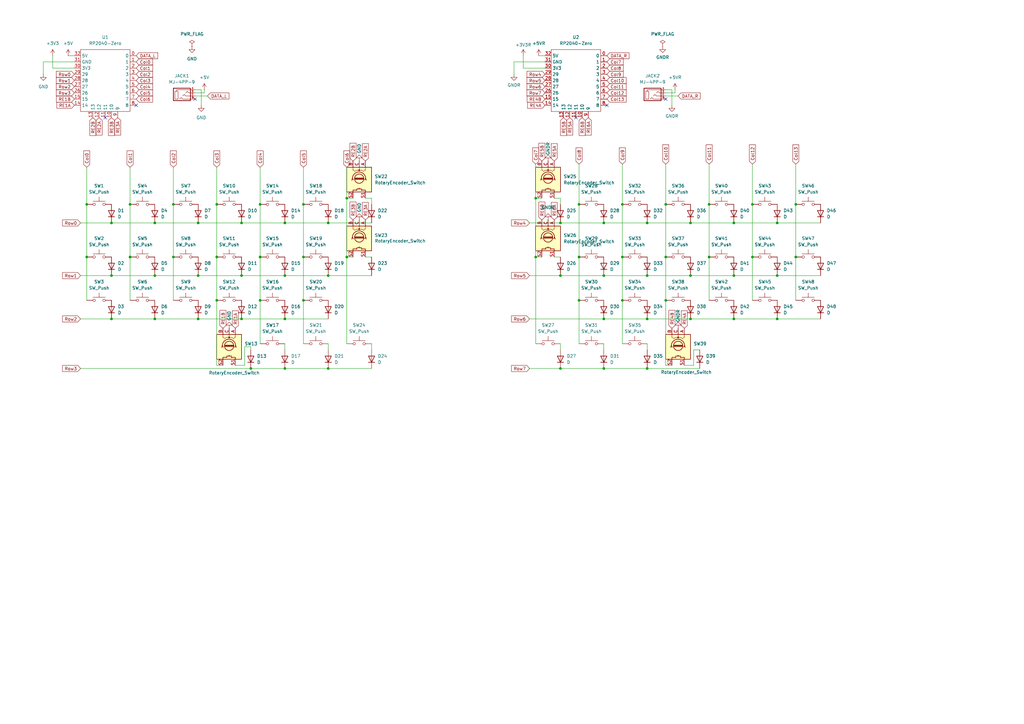
<source format=kicad_sch>
(kicad_sch (version 20231120) (generator "eeschema") (generator_version "8.0")
  (paper "A3")
  (junction (at 265.43 151.13))
  (junction (at 116.84 113.03))
  (junction (at 290.83 105.41))
  (junction (at 63.5 113.03))
  (junction (at 99.06 91.44))
  (junction (at 273.05 83.82))
  (junction (at 124.46 123.19))
  (junction (at 283.21 91.44))
  (junction (at 229.87 151.13))
  (junction (at 237.49 105.41))
  (junction (at 88.9 83.82))
  (junction (at 219.71 105.41))
  (junction (at 124.46 83.82))
  (junction (at 255.27 123.19))
  (junction (at 35.56 83.82))
  (junction (at 102.87 151.13))
  (junction (at 219.71 81.28))
  (junction (at 300.99 130.81))
  (junction (at 106.68 83.82))
  (junction (at 53.34 105.41))
  (junction (at 116.84 91.44))
  (junction (at 283.21 130.81))
  (junction (at 99.06 130.81))
  (junction (at 265.43 91.44))
  (junction (at 283.21 113.03))
  (junction (at 71.12 105.41))
  (junction (at 116.84 151.13))
  (junction (at 273.05 123.19))
  (junction (at 308.61 105.41))
  (junction (at 116.84 130.81))
  (junction (at 63.5 91.44))
  (junction (at 45.72 113.03))
  (junction (at 53.34 83.82))
  (junction (at 237.49 83.82))
  (junction (at 318.77 130.81))
  (junction (at 318.77 113.03))
  (junction (at 265.43 113.03))
  (junction (at 71.12 83.82))
  (junction (at 255.27 83.82))
  (junction (at 142.24 105.41))
  (junction (at 326.39 83.82))
  (junction (at 63.5 130.81))
  (junction (at 229.87 91.44))
  (junction (at 308.61 83.82))
  (junction (at 124.46 105.41))
  (junction (at 45.72 91.44))
  (junction (at 300.99 91.44))
  (junction (at 255.27 105.41))
  (junction (at 247.65 91.44))
  (junction (at 88.9 123.19))
  (junction (at 273.05 105.41))
  (junction (at 134.62 113.03))
  (junction (at 290.83 83.82))
  (junction (at 247.65 113.03))
  (junction (at 81.28 130.81))
  (junction (at 106.68 123.19))
  (junction (at 300.99 113.03))
  (junction (at 106.68 105.41))
  (junction (at 88.9 105.41))
  (junction (at 81.28 91.44))
  (junction (at 247.65 130.81))
  (junction (at 81.28 113.03))
  (junction (at 265.43 130.81))
  (junction (at 35.56 105.41))
  (junction (at 318.77 91.44))
  (junction (at 237.49 123.19))
  (junction (at 229.87 113.03))
  (junction (at 134.62 151.13))
  (junction (at 142.24 81.28))
  (junction (at 134.62 91.44))
  (junction (at 247.65 151.13))
  (junction (at 99.06 113.03))
  (junction (at 45.72 130.81))
  (junction (at 326.39 105.41))
  (no_connect (at 273.05 40.64))
  (no_connect (at 80.01 40.64))
  (no_connect (at 236.22 48.26))
  (no_connect (at 55.88 43.18))
  (no_connect (at 248.92 43.18))
  (no_connect (at 43.18 48.26))
  (wire (pts (xy 308.61 105.41) (xy 308.61 123.19)))
  (wire (pts (xy 106.68 68.58) (xy 106.68 83.82)))
  (wire (pts (xy 290.83 83.82) (xy 290.83 105.41)))
  (wire (pts (xy 106.68 105.41) (xy 106.68 123.19)))
  (wire (pts (xy 273.05 83.82) (xy 273.05 105.41)))
  (wire (pts (xy 326.39 83.82) (xy 326.39 105.41)))
  (wire (pts (xy 96.52 149.86) (xy 100.33 149.86)))
  (wire (pts (xy 149.86 81.28) (xy 152.4 81.28)))
  (wire (pts (xy 273.05 36.83) (xy 275.59 36.83)))
  (wire (pts (xy 276.86 38.1) (xy 273.05 38.1)))
  (wire (pts (xy 88.9 105.41) (xy 88.9 123.19)))
  (wire (pts (xy 152.4 81.28) (xy 152.4 83.82)))
  (wire (pts (xy 217.17 130.81) (xy 247.65 130.81)))
  (wire (pts (xy 83.82 38.1) (xy 80.01 38.1)))
  (wire (pts (xy 45.72 113.03) (xy 63.5 113.03)))
  (wire (pts (xy 247.65 130.81) (xy 265.43 130.81)))
  (wire (pts (xy 255.27 123.19) (xy 255.27 140.97)))
  (wire (pts (xy 63.5 130.81) (xy 81.28 130.81)))
  (wire (pts (xy 45.72 91.44) (xy 63.5 91.44)))
  (wire (pts (xy 106.68 83.82) (xy 106.68 105.41)))
  (wire (pts (xy 247.65 151.13) (xy 265.43 151.13)))
  (wire (pts (xy 219.71 81.28) (xy 222.25 81.28)))
  (wire (pts (xy 237.49 105.41) (xy 237.49 123.19)))
  (wire (pts (xy 273.05 67.31) (xy 273.05 83.82)))
  (wire (pts (xy 217.17 91.44) (xy 229.87 91.44)))
  (wire (pts (xy 217.17 113.03) (xy 229.87 113.03)))
  (wire (pts (xy 210.82 30.48) (xy 210.82 25.4)))
  (wire (pts (xy 88.9 68.58) (xy 88.9 83.82)))
  (wire (pts (xy 219.71 67.31) (xy 219.71 81.28)))
  (wire (pts (xy 283.21 91.44) (xy 300.99 91.44)))
  (wire (pts (xy 300.99 113.03) (xy 318.77 113.03)))
  (wire (pts (xy 149.86 105.41) (xy 152.4 105.41)))
  (wire (pts (xy 318.77 130.81) (xy 336.55 130.81)))
  (wire (pts (xy 63.5 91.44) (xy 81.28 91.44)))
  (wire (pts (xy 290.83 67.31) (xy 290.83 83.82)))
  (wire (pts (xy 142.24 81.28) (xy 142.24 105.41)))
  (wire (pts (xy 276.86 36.83) (xy 276.86 38.1)))
  (wire (pts (xy 284.48 149.86) (xy 280.67 149.86)))
  (wire (pts (xy 287.02 151.13) (xy 265.43 151.13)))
  (wire (pts (xy 27.94 22.86) (xy 30.48 22.86)))
  (wire (pts (xy 71.12 83.82) (xy 71.12 105.41)))
  (wire (pts (xy 134.62 143.51) (xy 134.62 140.97)))
  (wire (pts (xy 247.65 113.03) (xy 265.43 113.03)))
  (wire (pts (xy 219.71 105.41) (xy 219.71 140.97)))
  (wire (pts (xy 35.56 68.58) (xy 35.56 83.82)))
  (wire (pts (xy 124.46 83.82) (xy 124.46 105.41)))
  (wire (pts (xy 21.59 27.94) (xy 30.48 27.94)))
  (wire (pts (xy 300.99 130.81) (xy 318.77 130.81)))
  (wire (pts (xy 81.28 130.81) (xy 99.06 130.81)))
  (wire (pts (xy 284.48 143.51) (xy 284.48 149.86)))
  (wire (pts (xy 106.68 123.19) (xy 106.68 140.97)))
  (wire (pts (xy 283.21 113.03) (xy 300.99 113.03)))
  (wire (pts (xy 88.9 83.82) (xy 88.9 105.41)))
  (wire (pts (xy 88.9 149.86) (xy 91.44 149.86)))
  (wire (pts (xy 116.84 91.44) (xy 134.62 91.44)))
  (wire (pts (xy 124.46 123.19) (xy 124.46 140.97)))
  (wire (pts (xy 35.56 83.82) (xy 35.56 105.41)))
  (wire (pts (xy 326.39 105.41) (xy 326.39 123.19)))
  (wire (pts (xy 210.82 25.4) (xy 223.52 25.4)))
  (wire (pts (xy 275.59 36.83) (xy 275.59 43.18)))
  (wire (pts (xy 81.28 91.44) (xy 99.06 91.44)))
  (wire (pts (xy 326.39 67.31) (xy 326.39 83.82)))
  (wire (pts (xy 219.71 81.28) (xy 219.71 105.41)))
  (wire (pts (xy 229.87 91.44) (xy 247.65 91.44)))
  (wire (pts (xy 237.49 83.82) (xy 237.49 105.41)))
  (wire (pts (xy 229.87 113.03) (xy 247.65 113.03)))
  (wire (pts (xy 275.59 149.86) (xy 273.05 149.86)))
  (wire (pts (xy 134.62 151.13) (xy 152.4 151.13)))
  (wire (pts (xy 217.17 151.13) (xy 229.87 151.13)))
  (wire (pts (xy 265.43 91.44) (xy 283.21 91.44)))
  (wire (pts (xy 219.71 105.41) (xy 222.25 105.41)))
  (wire (pts (xy 152.4 143.51) (xy 152.4 140.97)))
  (wire (pts (xy 237.49 123.19) (xy 237.49 140.97)))
  (wire (pts (xy 214.63 27.94) (xy 223.52 27.94)))
  (wire (pts (xy 229.87 81.28) (xy 229.87 83.82)))
  (wire (pts (xy 17.78 25.4) (xy 30.48 25.4)))
  (wire (pts (xy 318.77 113.03) (xy 336.55 113.03)))
  (wire (pts (xy 33.02 151.13) (xy 102.87 151.13)))
  (wire (pts (xy 102.87 142.24) (xy 100.33 142.24)))
  (wire (pts (xy 308.61 83.82) (xy 308.61 105.41)))
  (wire (pts (xy 134.62 91.44) (xy 152.4 91.44)))
  (wire (pts (xy 227.33 105.41) (xy 229.87 105.41)))
  (wire (pts (xy 45.72 91.44) (xy 33.02 91.44)))
  (wire (pts (xy 80.01 39.37) (xy 85.09 39.37)))
  (wire (pts (xy 82.55 36.83) (xy 82.55 43.18)))
  (wire (pts (xy 255.27 105.41) (xy 255.27 123.19)))
  (wire (pts (xy 116.84 151.13) (xy 134.62 151.13)))
  (wire (pts (xy 229.87 151.13) (xy 247.65 151.13)))
  (wire (pts (xy 287.02 143.51) (xy 284.48 143.51)))
  (wire (pts (xy 283.21 130.81) (xy 300.99 130.81)))
  (wire (pts (xy 273.05 105.41) (xy 273.05 123.19)))
  (wire (pts (xy 124.46 68.58) (xy 124.46 83.82)))
  (wire (pts (xy 45.72 113.03) (xy 33.02 113.03)))
  (wire (pts (xy 265.43 130.81) (xy 283.21 130.81)))
  (wire (pts (xy 318.77 91.44) (xy 336.55 91.44)))
  (wire (pts (xy 142.24 68.58) (xy 142.24 81.28)))
  (wire (pts (xy 17.78 30.48) (xy 17.78 25.4)))
  (wire (pts (xy 71.12 105.41) (xy 71.12 123.19)))
  (wire (pts (xy 227.33 81.28) (xy 229.87 81.28)))
  (wire (pts (xy 290.83 105.41) (xy 290.83 123.19)))
  (wire (pts (xy 63.5 113.03) (xy 81.28 113.03)))
  (wire (pts (xy 142.24 105.41) (xy 144.78 105.41)))
  (wire (pts (xy 102.87 151.13) (xy 116.84 151.13)))
  (wire (pts (xy 53.34 105.41) (xy 53.34 123.19)))
  (wire (pts (xy 255.27 83.82) (xy 255.27 105.41)))
  (wire (pts (xy 300.99 91.44) (xy 318.77 91.44)))
  (wire (pts (xy 247.65 91.44) (xy 265.43 91.44)))
  (wire (pts (xy 255.27 67.31) (xy 255.27 83.82)))
  (wire (pts (xy 142.24 105.41) (xy 142.24 140.97)))
  (wire (pts (xy 273.05 123.19) (xy 273.05 149.86)))
  (wire (pts (xy 142.24 81.28) (xy 144.78 81.28)))
  (wire (pts (xy 53.34 83.82) (xy 53.34 105.41)))
  (wire (pts (xy 265.43 143.51) (xy 265.43 140.97)))
  (wire (pts (xy 247.65 143.51) (xy 247.65 140.97)))
  (wire (pts (xy 237.49 67.31) (xy 237.49 83.82)))
  (wire (pts (xy 81.28 113.03) (xy 99.06 113.03)))
  (wire (pts (xy 220.98 22.86) (xy 223.52 22.86)))
  (wire (pts (xy 45.72 130.81) (xy 33.02 130.81)))
  (wire (pts (xy 134.62 113.03) (xy 152.4 113.03)))
  (wire (pts (xy 229.87 143.51) (xy 229.87 140.97)))
  (wire (pts (xy 45.72 130.81) (xy 63.5 130.81)))
  (wire (pts (xy 308.61 67.31) (xy 308.61 83.82)))
  (wire (pts (xy 265.43 113.03) (xy 283.21 113.03)))
  (wire (pts (xy 71.12 68.58) (xy 71.12 83.82)))
  (wire (pts (xy 53.34 68.58) (xy 53.34 83.82)))
  (wire (pts (xy 116.84 143.51) (xy 116.84 140.97)))
  (wire (pts (xy 100.33 142.24) (xy 100.33 149.86)))
  (wire (pts (xy 116.84 113.03) (xy 134.62 113.03)))
  (wire (pts (xy 35.56 105.41) (xy 35.56 123.19)))
  (wire (pts (xy 99.06 91.44) (xy 116.84 91.44)))
  (wire (pts (xy 116.84 130.81) (xy 134.62 130.81)))
  (wire (pts (xy 99.06 113.03) (xy 116.84 113.03)))
  (wire (pts (xy 83.82 36.83) (xy 83.82 38.1)))
  (wire (pts (xy 273.05 39.37) (xy 278.13 39.37)))
  (wire (pts (xy 102.87 143.51) (xy 102.87 142.24)))
  (wire (pts (xy 214.63 22.86) (xy 214.63 27.94)))
  (wire (pts (xy 88.9 123.19) (xy 88.9 149.86)))
  (wire (pts (xy 80.01 36.83) (xy 82.55 36.83)))
  (wire (pts (xy 21.59 22.86) (xy 21.59 27.94)))
  (wire (pts (xy 99.06 130.81) (xy 116.84 130.81)))
  (wire (pts (xy 124.46 105.41) (xy 124.46 123.19)))
  (global_label "Row6" (shape input) (at 217.17 130.81 180) (property "Intersheetrefs" "${INTERSHEET_REFS}" (effects (hide yes))))
  (global_label "Col13" (shape input) (at 248.92 40.64 0) (property "Intersheetrefs" "${INTERSHEET_REFS}" (effects (hide yes))))
  (global_label "Col3" (shape input) (at 88.9 68.58 90) (property "Intersheetrefs" "${INTERSHEET_REFS}" (effects (hide yes))))
  (global_label "Col10" (shape input) (at 248.92 33.02 0) (property "Intersheetrefs" "${INTERSHEET_REFS}" (effects (hide yes))))
  (global_label "Row1" (shape input) (at 33.02 113.03 180) (property "Intersheetrefs" "${INTERSHEET_REFS}" (effects (hide yes))))
  (global_label "RE4A" (shape input) (at 223.52 43.18 180) (property "Intersheetrefs" "${INTERSHEET_REFS}" (effects (hide yes))))
  (global_label "Row4" (shape input) (at 223.52 30.48 180) (property "Intersheetrefs" "${INTERSHEET_REFS}" (effects (hide yes))))
  (global_label "Col3" (shape input) (at 55.88 33.02 0) (property "Intersheetrefs" "${INTERSHEET_REFS}" (effects (hide yes))))
  (global_label "Col8" (shape input) (at 248.92 27.94 0) (property "Intersheetrefs" "${INTERSHEET_REFS}" (effects (hide yes))))
  (global_label "Col9" (shape input) (at 248.92 30.48 0) (property "Intersheetrefs" "${INTERSHEET_REFS}" (effects (hide yes))))
  (global_label "RE2A" (shape input) (at 40.64 48.26 270) (property "Intersheetrefs" "${INTERSHEET_REFS}" (effects (hide yes))))
  (global_label "RE1A" (shape input) (at 30.48 43.18 180) (property "Intersheetrefs" "${INTERSHEET_REFS}" (effects (hide yes))))
  (global_label "Col2" (shape input) (at 71.12 68.58 90) (property "Intersheetrefs" "${INTERSHEET_REFS}" (effects (hide yes))))
  (global_label "RE1B" (shape input) (at 30.48 40.64 180) (property "Intersheetrefs" "${INTERSHEET_REFS}" (effects (hide yes))))
  (global_label "Col7" (shape input) (at 248.92 25.4 0) (property "Intersheetrefs" "${INTERSHEET_REFS}" (effects (hide yes))))
  (global_label "DATA_R" (shape input) (at 278.13 39.37 0) (property "Intersheetrefs" "${INTERSHEET_REFS}" (effects (hide yes))))
  (global_label "RE2A" (shape input) (at 149.86 66.04 90) (property "Intersheetrefs" "${INTERSHEET_REFS}" (effects (hide yes))))
  (global_label "RE6A" (shape input) (at 227.33 90.17 90) (property "Intersheetrefs" "${INTERSHEET_REFS}" (effects (hide yes))))
  (global_label "Row3" (shape input) (at 30.48 38.1 180) (property "Intersheetrefs" "${INTERSHEET_REFS}" (effects (hide yes))))
  (global_label "DATA_L" (shape input) (at 55.88 22.86 0) (property "Intersheetrefs" "${INTERSHEET_REFS}" (effects (hide yes))))
  (global_label "Row5" (shape input) (at 217.17 113.03 180) (property "Intersheetrefs" "${INTERSHEET_REFS}" (effects (hide yes))))
  (global_label "Row4" (shape input) (at 217.17 91.44 180) (property "Intersheetrefs" "${INTERSHEET_REFS}" (effects (hide yes))))
  (global_label "RE5A" (shape input) (at 227.33 66.04 90) (property "Intersheetrefs" "${INTERSHEET_REFS}" (effects (hide yes))))
  (global_label "Row2" (shape input) (at 33.02 130.81 180) (property "Intersheetrefs" "${INTERSHEET_REFS}" (effects (hide yes))))
  (global_label "RE3B" (shape input) (at 144.78 90.17 90) (property "Intersheetrefs" "${INTERSHEET_REFS}" (effects (hide yes))))
  (global_label "Col11" (shape input) (at 290.83 67.31 90) (property "Intersheetrefs" "${INTERSHEET_REFS}" (effects (hide yes))))
  (global_label "Col4" (shape input) (at 106.68 68.58 90) (property "Intersheetrefs" "${INTERSHEET_REFS}" (effects (hide yes))))
  (global_label "RE6B" (shape input) (at 238.76 48.26 270) (property "Intersheetrefs" "${INTERSHEET_REFS}" (effects (hide yes))))
  (global_label "RE4B" (shape input) (at 223.52 40.64 180) (property "Intersheetrefs" "${INTERSHEET_REFS}" (effects (hide yes))))
  (global_label "Row5" (shape input) (at 223.52 33.02 180) (property "Intersheetrefs" "${INTERSHEET_REFS}" (effects (hide yes))))
  (global_label "RE6B" (shape input) (at 222.25 90.17 90) (property "Intersheetrefs" "${INTERSHEET_REFS}" (effects (hide yes))))
  (global_label "Col11" (shape input) (at 248.92 35.56 0) (property "Intersheetrefs" "${INTERSHEET_REFS}" (effects (hide yes))))
  (global_label "Col12" (shape input) (at 308.61 67.31 90) (property "Intersheetrefs" "${INTERSHEET_REFS}" (effects (hide yes))))
  (global_label "DATA_R" (shape input) (at 248.92 22.86 0) (property "Intersheetrefs" "${INTERSHEET_REFS}" (effects (hide yes))))
  (global_label "Col7" (shape input) (at 219.71 67.31 90) (property "Intersheetrefs" "${INTERSHEET_REFS}" (effects (hide yes))))
  (global_label "RE6A" (shape input) (at 241.3 48.26 270) (property "Intersheetrefs" "${INTERSHEET_REFS}" (effects (hide yes))))
  (global_label "Col12" (shape input) (at 248.92 38.1 0) (property "Intersheetrefs" "${INTERSHEET_REFS}" (effects (hide yes))))
  (global_label "RE2B" (shape input) (at 144.78 66.04 90) (property "Intersheetrefs" "${INTERSHEET_REFS}" (effects (hide yes))))
  (global_label "Col2" (shape input) (at 55.88 30.48 0) (property "Intersheetrefs" "${INTERSHEET_REFS}" (effects (hide yes))))
  (global_label "DATA_L" (shape input) (at 85.09 39.37 0) (property "Intersheetrefs" "${INTERSHEET_REFS}" (effects (hide yes))))
  (global_label "Row2" (shape input) (at 30.48 35.56 180) (property "Intersheetrefs" "${INTERSHEET_REFS}" (effects (hide yes))))
  (global_label "RE5B" (shape input) (at 231.14 48.26 270) (property "Intersheetrefs" "${INTERSHEET_REFS}" (effects (hide yes))))
  (global_label "RE4B" (shape input) (at 275.59 134.62 90) (property "Intersheetrefs" "${INTERSHEET_REFS}" (effects (hide yes))))
  (global_label "Col1" (shape input) (at 53.34 68.58 90) (property "Intersheetrefs" "${INTERSHEET_REFS}" (effects (hide yes))))
  (global_label "Col0" (shape input) (at 55.88 25.4 0) (property "Intersheetrefs" "${INTERSHEET_REFS}" (effects (hide yes))))
  (global_label "Col13" (shape input) (at 326.39 67.31 90) (property "Intersheetrefs" "${INTERSHEET_REFS}" (effects (hide yes))))
  (global_label "Col9" (shape input) (at 255.27 67.31 90) (property "Intersheetrefs" "${INTERSHEET_REFS}" (effects (hide yes))))
  (global_label "Col6" (shape input) (at 55.88 40.64 0) (property "Intersheetrefs" "${INTERSHEET_REFS}" (effects (hide yes))))
  (global_label "RE3B" (shape input) (at 45.72 48.26 270) (property "Intersheetrefs" "${INTERSHEET_REFS}" (effects (hide yes))))
  (global_label "Col6" (shape input) (at 142.24 68.58 90) (property "Intersheetrefs" "${INTERSHEET_REFS}" (effects (hide yes))))
  (global_label "Row7" (shape input) (at 217.17 151.13 180) (property "Intersheetrefs" "${INTERSHEET_REFS}" (effects (hide yes))))
  (global_label "RE3A" (shape input) (at 149.86 90.17 90) (property "Intersheetrefs" "${INTERSHEET_REFS}" (effects (hide yes))))
  (global_label "Col10" (shape input) (at 273.05 67.31 90) (property "Intersheetrefs" "${INTERSHEET_REFS}" (effects (hide yes))))
  (global_label "Row3" (shape input) (at 33.02 151.13 180) (property "Intersheetrefs" "${INTERSHEET_REFS}" (effects (hide yes))))
  (global_label "Col0" (shape input) (at 35.56 68.58 90) (property "Intersheetrefs" "${INTERSHEET_REFS}" (effects (hide yes))))
  (global_label "RE4A" (shape input) (at 280.67 134.62 90) (property "Intersheetrefs" "${INTERSHEET_REFS}" (effects (hide yes))))
  (global_label "RE2B" (shape input) (at 38.1 48.26 270) (property "Intersheetrefs" "${INTERSHEET_REFS}" (effects (hide yes))))
  (global_label "Row1" (shape input) (at 30.48 33.02 180) (property "Intersheetrefs" "${INTERSHEET_REFS}" (effects (hide yes))))
  (global_label "RE3A" (shape input) (at 48.26 48.26 270) (property "Intersheetrefs" "${INTERSHEET_REFS}" (effects (hide yes))))
  (global_label "Col5" (shape input) (at 55.88 38.1 0) (property "Intersheetrefs" "${INTERSHEET_REFS}" (effects (hide yes))))
  (global_label "Row0" (shape input) (at 33.02 91.44 180) (property "Intersheetrefs" "${INTERSHEET_REFS}" (effects (hide yes))))
  (global_label "RE5A" (shape input) (at 233.68 48.26 270) (property "Intersheetrefs" "${INTERSHEET_REFS}" (effects (hide yes))))
  (global_label "RE5B" (shape input) (at 222.25 66.04 90) (property "Intersheetrefs" "${INTERSHEET_REFS}" (effects (hide yes))))
  (global_label "Col5" (shape input) (at 124.46 68.58 90) (property "Intersheetrefs" "${INTERSHEET_REFS}" (effects (hide yes))))
  (global_label "Row6" (shape input) (at 223.52 35.56 180) (property "Intersheetrefs" "${INTERSHEET_REFS}" (effects (hide yes))))
  (global_label "Row0" (shape input) (at 30.48 30.48 180) (property "Intersheetrefs" "${INTERSHEET_REFS}" (effects (hide yes))))
  (global_label "RE1A" (shape input) (at 96.52 134.62 90) (property "Intersheetrefs" "${INTERSHEET_REFS}" (effects (hide yes))))
  (global_label "Row7" (shape input) (at 223.52 38.1 180) (property "Intersheetrefs" "${INTERSHEET_REFS}" (effects (hide yes))))
  (global_label "Col4" (shape input) (at 55.88 35.56 0) (property "Intersheetrefs" "${INTERSHEET_REFS}" (effects (hide yes))))
  (global_label "Col1" (shape input) (at 55.88 27.94 0) (property "Intersheetrefs" "${INTERSHEET_REFS}" (effects (hide yes))))
  (global_label "RE1B" (shape input) (at 91.44 134.62 90) (property "Intersheetrefs" "${INTERSHEET_REFS}" (effects (hide yes))))
  (global_label "Col8" (shape input) (at 237.49 67.31 90) (property "Intersheetrefs" "${INTERSHEET_REFS}" (effects (hide yes))))
  (symbol (lib_id "Switch:SW_Push") (at 295.91 105.41 0) (unit 1)
    (property "Reference" "SW41" (at 295.91 97.79 0))
    (property "Value" "SW_Push" (at 295.91 100.33 0))
    (property "Footprint" "taka_lib:Kailh FullPOM MX_Hotswap" (effects (hide yes)))
    (property "Description" "Push button switch, generic, two pins" (effects (hide yes)))
  )
  (symbol (lib_id "Device:RotaryEncoder_Switch") (at 147.32 73.66 270) (unit 1)
    (property "Reference" "SW22" (at 153.67 72.3899 90) (effects (justify left)))
    (property "Value" "RotaryEncoder_Switch" (at 153.67 74.93 90) (effects (justify left)))
    (property "Footprint" "taka_lib:Kailh FullPOM MX_Hotswap_RE" (effects (hide yes)))
    (property "Description" "Rotary encoder, dual channel, incremental quadrate outputs, with switch" (effects (hide yes)))
  )
  (symbol (lib_id "Device:D") (at 336.55 87.63 90) (unit 1)
    (property "Reference" "D46" (at 339.09 86.3599 90) (effects (justify right)))
    (property "Value" "D" (at 339.09 88.8999 90) (effects (justify right)))
    (property "Footprint" "kbd_Parts:Diode_SMD" (effects (hide yes)))
    (property "Description" "Diode" (effects (hide yes)))
    (property "Sim.Device" "D" (effects (hide yes)))
    (property "Sim.Pins" "1=K 2=A" (effects (hide yes)))
  )
  (symbol (lib_id "Device:D") (at 152.4 147.32 90) (unit 1)
    (property "Reference" "D24" (at 154.94 146.0499 90) (effects (justify right)))
    (property "Value" "D" (at 154.94 148.5899 90) (effects (justify right)))
    (property "Footprint" "kbd_Parts:Diode_SMD" (effects (hide yes)))
    (property "Description" "Diode" (effects (hide yes)))
    (property "Sim.Device" "D" (effects (hide yes)))
    (property "Sim.Pins" "1=K 2=A" (effects (hide yes)))
  )
  (symbol (lib_id "Device:RotaryEncoder_Switch") (at 147.32 97.79 270) (unit 1)
    (property "Reference" "SW23" (at 153.67 96.5199 90) (effects (justify left)))
    (property "Value" "RotaryEncoder_Switch" (at 153.67 98.806 90) (effects (justify left)))
    (property "Footprint" "taka_lib:Kailh FullPOM MX_Hotswap_RE" (effects (hide yes)))
    (property "Description" "Rotary encoder, dual channel, incremental quadrate outputs, with switch" (effects (hide yes)))
  )
  (symbol (lib_id "Device:D") (at 81.28 127 90) (unit 1)
    (property "Reference" "D9" (at 83.82 125.7299 90) (effects (justify right)))
    (property "Value" "D" (at 83.82 128.2699 90) (effects (justify right)))
    (property "Footprint" "kbd_Parts:Diode_SMD" (effects (hide yes)))
    (property "Description" "Diode" (effects (hide yes)))
    (property "Sim.Device" "D" (effects (hide yes)))
    (property "Sim.Pins" "1=K 2=A" (effects (hide yes)))
  )
  (symbol (lib_id "Device:D") (at 45.72 127 90) (unit 1)
    (property "Reference" "D3" (at 48.26 125.7299 90) (effects (justify right)))
    (property "Value" "D" (at 48.26 128.2699 90) (effects (justify right)))
    (property "Footprint" "kbd_Parts:Diode_SMD" (effects (hide yes)))
    (property "Description" "Diode" (effects (hide yes)))
    (property "Sim.Device" "D" (effects (hide yes)))
    (property "Sim.Pins" "1=K 2=A" (effects (hide yes)))
  )
  (symbol (lib_id "power:GND") (at 147.32 90.17 180) (unit 1)
    (property "Reference" "#PWR09" (effects (hide yes)))
    (property "Value" "GND" (at 147.32 85.09 90))
    (property "Description" "Power symbol creates a global label with name \"GND\" , ground" (effects (hide yes)))
  )
  (symbol (lib_id "Switch:SW_Push") (at 58.42 105.41 0) (unit 1)
    (property "Reference" "SW5" (at 58.42 97.79 0))
    (property "Value" "SW_Push" (at 58.42 100.33 0))
    (property "Footprint" "taka_lib:Kailh FullPOM MX_Hotswap" (effects (hide yes)))
    (property "Description" "Push button switch, generic, two pins" (effects (hide yes)))
  )
  (symbol (lib_id "Switch:SW_Push") (at 242.57 105.41 0) (unit 1)
    (property "Reference" "SW29" (at 242.57 97.79 0))
    (property "Value" "SW_Push" (at 242.57 100.33 0))
    (property "Footprint" "taka_lib:Kailh FullPOM MX_Hotswap" (effects (hide yes)))
    (property "Description" "Push button switch, generic, two pins" (effects (hide yes)))
  )
  (symbol (lib_id "Device:D") (at 336.55 109.22 90) (unit 1)
    (property "Reference" "D47" (at 339.09 107.9499 90) (effects (justify right)))
    (property "Value" "D" (at 339.09 110.4899 90) (effects (justify right)))
    (property "Footprint" "kbd_Parts:Diode_SMD" (effects (hide yes)))
    (property "Description" "Diode" (effects (hide yes)))
    (property "Sim.Device" "D" (effects (hide yes)))
    (property "Sim.Pins" "1=K 2=A" (effects (hide yes)))
  )
  (symbol (lib_id "power:GND") (at 78.74 19.05 0) (unit 1)
    (property "Reference" "#PWR04" (effects (hide yes)))
    (property "Value" "GND" (at 78.74 24.13 0))
    (property "Description" "Power symbol creates a global label with name \"GND\" , ground" (effects (hide yes)))
  )
  (symbol (lib_id "Device:D") (at 265.43 147.32 90) (unit 1)
    (property "Reference" "D35" (at 267.97 146.0499 90) (effects (justify right)))
    (property "Value" "D" (at 267.97 148.5899 90) (effects (justify right)))
    (property "Footprint" "kbd_Parts:Diode_SMD" (effects (hide yes)))
    (property "Description" "Diode" (effects (hide yes)))
    (property "Sim.Device" "D" (effects (hide yes)))
    (property "Sim.Pins" "1=K 2=A" (effects (hide yes)))
  )
  (symbol (lib_id "Device:D") (at 81.28 87.63 90) (unit 1)
    (property "Reference" "D7" (at 83.82 86.3599 90) (effects (justify right)))
    (property "Value" "D" (at 83.82 88.8999 90) (effects (justify right)))
    (property "Footprint" "kbd_Parts:Diode_SMD" (effects (hide yes)))
    (property "Description" "Diode" (effects (hide yes)))
    (property "Sim.Device" "D" (effects (hide yes)))
    (property "Sim.Pins" "1=K 2=A" (effects (hide yes)))
  )
  (symbol (lib_id "kbd:GNDR") (at 224.79 66.04 180) (unit 1)
    (property "Reference" "#PWR013" (effects (hide yes)))
    (property "Value" "GNDR" (at 224.79 60.96 90))
  )
  (symbol (lib_id "kbd:MJ-4PP-9") (at 267.97 38.735 0) (unit 1)
    (property "Reference" "JACK2" (at 267.6525 31.115 0))
    (property "Value" "MJ-4PP-9" (at 267.6525 33.655 0))
    (property "Footprint" "kbd_Parts:TRRS_MJ-4PP-9" (effects (hide yes)))
  )
  (symbol (lib_id "kbd:GNDR") (at 224.79 90.17 180) (unit 1)
    (property "Reference" "#PWR014" (effects (hide yes)))
    (property "Value" "GNDR" (at 224.79 85.09 0))
  )
  (symbol (lib_id "Device:D") (at 300.99 87.63 90) (unit 1)
    (property "Reference" "D40" (at 303.53 86.3599 90) (effects (justify right)))
    (property "Value" "D" (at 303.53 88.8999 90) (effects (justify right)))
    (property "Footprint" "kbd_Parts:Diode_SMD" (effects (hide yes)))
    (property "Description" "Diode" (effects (hide yes)))
    (property "Sim.Device" "D" (effects (hide yes)))
    (property "Sim.Pins" "1=K 2=A" (effects (hide yes)))
  )
  (symbol (lib_id "Switch:SW_Push") (at 313.69 105.41 0) (unit 1)
    (property "Reference" "SW44" (at 313.69 97.79 0))
    (property "Value" "SW_Push" (at 313.69 100.33 0))
    (property "Footprint" "taka_lib:Kailh FullPOM MX_Hotswap" (effects (hide yes)))
    (property "Description" "Push button switch, generic, two pins" (effects (hide yes)))
  )
  (symbol (lib_id "power:+5V") (at 27.94 22.86 0) (unit 1)
    (property "Reference" "#PWR03" (effects (hide yes)))
    (property "Value" "+5V" (at 27.94 17.78 0))
    (property "Description" "Power symbol creates a global label with name \"+5V\"" (effects (hide yes)))
  )
  (symbol (lib_id "Switch:SW_Push") (at 242.57 123.19 0) (unit 1)
    (property "Reference" "SW30" (at 242.57 115.57 0))
    (property "Value" "SW_Push" (at 242.57 118.11 0))
    (property "Footprint" "taka_lib:Kailh FullPOM MX_Hotswap" (effects (hide yes)))
    (property "Description" "Push button switch, generic, two pins" (effects (hide yes)))
  )
  (symbol (lib_id "power:GND") (at 147.32 66.04 180) (unit 1)
    (property "Reference" "#PWR08" (effects (hide yes)))
    (property "Value" "GND" (at 147.32 60.96 90))
    (property "Description" "Power symbol creates a global label with name \"GND\" , ground" (effects (hide yes)))
  )
  (symbol (lib_id "Device:D") (at 229.87 147.32 90) (unit 1)
    (property "Reference" "D27" (at 232.41 146.0499 90) (effects (justify right)))
    (property "Value" "D" (at 232.41 148.5899 90) (effects (justify right)))
    (property "Footprint" "kbd_Parts:Diode_SMD" (effects (hide yes)))
    (property "Description" "Diode" (effects (hide yes)))
    (property "Sim.Device" "D" (effects (hide yes)))
    (property "Sim.Pins" "1=K 2=A" (effects (hide yes)))
  )
  (symbol (lib_id "Switch:SW_Push") (at 278.13 83.82 0) (unit 1)
    (property "Reference" "SW36" (at 278.13 76.2 0))
    (property "Value" "SW_Push" (at 278.13 78.74 0))
    (property "Footprint" "taka_lib:Kailh FullPOM MX_Hotswap" (effects (hide yes)))
    (property "Description" "Push button switch, generic, two pins" (effects (hide yes)))
  )
  (symbol (lib_id "Switch:SW_Push") (at 295.91 83.82 0) (unit 1)
    (property "Reference" "SW40" (at 295.91 76.2 0))
    (property "Value" "SW_Push" (at 295.91 78.74 0))
    (property "Footprint" "taka_lib:Kailh FullPOM MX_Hotswap" (effects (hide yes)))
    (property "Description" "Push button switch, generic, two pins" (effects (hide yes)))
  )
  (symbol (lib_id "Device:RotaryEncoder_Switch") (at 224.79 73.66 270) (unit 1)
    (property "Reference" "SW25" (at 231.14 72.3899 90) (effects (justify left)))
    (property "Value" "RotaryEncoder_Switch" (at 231.14 74.93 90) (effects (justify left)))
    (property "Footprint" "taka_lib:Kailh FullPOM MX_Hotswap_RE" (effects (hide yes)))
    (property "Description" "Rotary encoder, dual channel, incremental quadrate outputs, with switch" (effects (hide yes)))
  )
  (symbol (lib_id "Switch:SW_Push") (at 278.13 105.41 0) (unit 1)
    (property "Reference" "SW37" (at 278.13 97.79 0))
    (property "Value" "SW_Push" (at 278.13 100.33 0))
    (property "Footprint" "taka_lib:Kailh FullPOM MX_Hotswap" (effects (hide yes)))
    (property "Description" "Push button switch, generic, two pins" (effects (hide yes)))
  )
  (symbol (lib_id "kbd:+5VR") (at 276.86 36.83 0) (unit 1)
    (property "Reference" "#PWR017" (effects (hide yes)))
    (property "Value" "+5VR" (at 276.86 31.75 0))
  )
  (symbol (lib_id "Device:D") (at 283.21 87.63 90) (unit 1)
    (property "Reference" "D36" (at 285.75 86.3599 90) (effects (justify right)))
    (property "Value" "D" (at 285.75 88.8999 90) (effects (justify right)))
    (property "Footprint" "kbd_Parts:Diode_SMD" (effects (hide yes)))
    (property "Description" "Diode" (effects (hide yes)))
    (property "Sim.Device" "D" (effects (hide yes)))
    (property "Sim.Pins" "1=K 2=A" (effects (hide yes)))
  )
  (symbol (lib_id "Device:D") (at 45.72 87.63 90) (unit 1)
    (property "Reference" "D1" (at 48.26 86.3599 90) (effects (justify right)))
    (property "Value" "D" (at 48.26 88.8999 90) (effects (justify right)))
    (property "Footprint" "kbd_Parts:Diode_SMD" (effects (hide yes)))
    (property "Description" "Diode" (effects (hide yes)))
    (property "Sim.Device" "D" (effects (hide yes)))
    (property "Sim.Pins" "1=K 2=A" (effects (hide yes)))
  )
  (symbol (lib_id "Device:D") (at 116.84 127 90) (unit 1)
    (property "Reference" "D16" (at 119.38 125.7299 90) (effects (justify right)))
    (property "Value" "D" (at 119.38 128.2699 90) (effects (justify right)))
    (property "Footprint" "kbd_Parts:Diode_SMD" (effects (hide yes)))
    (property "Description" "Diode" (effects (hide yes)))
    (property "Sim.Device" "D" (effects (hide yes)))
    (property "Sim.Pins" "1=K 2=A" (effects (hide yes)))
  )
  (symbol (lib_id "Device:RotaryEncoder_Switch") (at 278.13 142.24 270) (unit 1)
    (property "Reference" "SW39" (at 284.48 140.9699 90) (effects (justify left)))
    (property "Value" "RotaryEncoder_Switch" (at 271.018 152.654 90) (effects (justify left)))
    (property "Footprint" "taka_lib:Kailh FullPOM MX_Hotswap_RE" (effects (hide yes)))
    (property "Description" "Rotary encoder, dual channel, incremental quadrate outputs, with switch" (effects (hide yes)))
  )
  (symbol (lib_id "Device:D") (at 134.62 87.63 90) (unit 1)
    (property "Reference" "D18" (at 137.16 86.3599 90) (effects (justify right)))
    (property "Value" "D" (at 137.16 88.8999 90) (effects (justify right)))
    (property "Footprint" "kbd_Parts:Diode_SMD" (effects (hide yes)))
    (property "Description" "Diode" (effects (hide yes)))
    (property "Sim.Device" "D" (effects (hide yes)))
    (property "Sim.Pins" "1=K 2=A" (effects (hide yes)))
  )
  (symbol (lib_id "Device:D") (at 265.43 87.63 90) (unit 1)
    (property "Reference" "D32" (at 267.97 86.3599 90) (effects (justify right)))
    (property "Value" "D" (at 267.97 88.8999 90) (effects (justify right)))
    (property "Footprint" "kbd_Parts:Diode_SMD" (effects (hide yes)))
    (property "Description" "Diode" (effects (hide yes)))
    (property "Sim.Device" "D" (effects (hide yes)))
    (property "Sim.Pins" "1=K 2=A" (effects (hide yes)))
  )
  (symbol (lib_id "Switch:SW_Push") (at 58.42 83.82 0) (unit 1)
    (property "Reference" "SW4" (at 58.42 76.2 0))
    (property "Value" "SW_Push" (at 58.42 78.74 0))
    (property "Footprint" "taka_lib:Kailh FullPOM MX_Hotswap" (effects (hide yes)))
    (property "Description" "Push button switch, generic, two pins" (effects (hide yes)))
  )
  (symbol (lib_id "Device:D") (at 152.4 109.22 90) (unit 1)
    (property "Reference" "D23" (at 154.94 107.9499 90) (effects (justify right)))
    (property "Value" "D" (at 154.94 110.4899 90) (effects (justify right)))
    (property "Footprint" "kbd_Parts:Diode_SMD" (effects (hide yes)))
    (property "Description" "Diode" (effects (hide yes)))
    (property "Sim.Device" "D" (effects (hide yes)))
    (property "Sim.Pins" "1=K 2=A" (effects (hide yes)))
  )
  (symbol (lib_id "Device:D") (at 116.84 147.32 90) (unit 1)
    (property "Reference" "D17" (at 119.38 146.0499 90) (effects (justify right)))
    (property "Value" "D" (at 119.38 148.5899 90) (effects (justify right)))
    (property "Footprint" "kbd_Parts:Diode_SMD" (effects (hide yes)))
    (property "Description" "Diode" (effects (hide yes)))
    (property "Sim.Device" "D" (effects (hide yes)))
    (property "Sim.Pins" "1=K 2=A" (effects (hide yes)))
  )
  (symbol (lib_id "Device:D") (at 102.87 147.32 90) (unit 1)
    (property "Reference" "D13" (at 105.41 146.0499 90) (effects (justify right)))
    (property "Value" "D" (at 105.41 148.5899 90) (effects (justify right)))
    (property "Footprint" "kbd_Parts:Diode_SMD" (effects (hide yes)))
    (property "Description" "Diode" (effects (hide yes)))
    (property "Sim.Device" "D" (effects (hide yes)))
    (property "Sim.Pins" "1=K 2=A" (effects (hide yes)))
  )
  (symbol (lib_id "Switch:SW_Push") (at 331.47 123.19 0) (unit 1)
    (property "Reference" "SW48" (at 331.47 115.57 0))
    (property "Value" "SW_Push" (at 331.47 118.11 0))
    (property "Footprint" "taka_lib:Kailh FullPOM MX_Hotswap" (effects (hide yes)))
    (property "Description" "Push button switch, generic, two pins" (effects (hide yes)))
  )
  (symbol (lib_id "Device:D") (at 229.87 87.63 90) (unit 1)
    (property "Reference" "D25" (at 232.41 86.3599 90) (effects (justify right)))
    (property "Value" "D" (at 232.41 88.8999 90) (effects (justify right)))
    (property "Footprint" "kbd_Parts:Diode_SMD" (effects (hide yes)))
    (property "Description" "Diode" (effects (hide yes)))
    (property "Sim.Device" "D" (effects (hide yes)))
    (property "Sim.Pins" "1=K 2=A" (effects (hide yes)))
  )
  (symbol (lib_id "Device:D") (at 247.65 109.22 90) (unit 1)
    (property "Reference" "D29" (at 250.19 107.9499 90) (effects (justify right)))
    (property "Value" "D" (at 250.19 110.4899 90) (effects (justify right)))
    (property "Footprint" "kbd_Parts:Diode_SMD" (effects (hide yes)))
    (property "Description" "Diode" (effects (hide yes)))
    (property "Sim.Device" "D" (effects (hide yes)))
    (property "Sim.Pins" "1=K 2=A" (effects (hide yes)))
  )
  (symbol (lib_id "Switch:SW_Push") (at 129.54 83.82 0) (unit 1)
    (property "Reference" "SW18" (at 129.54 76.2 0))
    (property "Value" "SW_Push" (at 129.54 78.74 0))
    (property "Footprint" "taka_lib:Kailh FullPOM MX_Hotswap" (effects (hide yes)))
    (property "Description" "Push button switch, generic, two pins" (effects (hide yes)))
  )
  (symbol (lib_id "Switch:SW_Push") (at 242.57 140.97 0) (unit 1)
    (property "Reference" "SW31" (at 242.57 133.35 0))
    (property "Value" "SW_Push" (at 242.57 135.89 0))
    (property "Footprint" "taka_lib:Kailh FullPOM MX_Hotswap" (effects (hide yes)))
    (property "Description" "Push button switch, generic, two pins" (effects (hide yes)))
  )
  (symbol (lib_id "kbd:+5VR") (at 220.98 22.86 0) (unit 1)
    (property "Reference" "#PWR012" (effects (hide yes)))
    (property "Value" "+5VR" (at 220.98 17.78 0))
  )
  (symbol (lib_id "Switch:SW_Push") (at 40.64 83.82 0) (unit 1)
    (property "Reference" "SW1" (at 40.64 76.2 0))
    (property "Value" "SW_Push" (at 40.64 78.74 0))
    (property "Footprint" "taka_lib:Kailh FullPOM MX_Hotswap" (effects (hide yes)))
    (property "Description" "Push button switch, generic, two pins" (effects (hide yes)))
  )
  (symbol (lib_id "power:+5V") (at 83.82 36.83 0) (unit 1)
    (property "Reference" "#PWR06" (effects (hide yes)))
    (property "Value" "+5V" (at 83.82 31.75 0))
    (property "Description" "Power symbol creates a global label with name \"+5V\"" (effects (hide yes)))
  )
  (symbol (lib_id "isw-mcu:RP2040-Zero") (at 43.18 33.02 0) (unit 1)
    (property "Reference" "U1" (at 43.18 15.24 0))
    (property "Value" "RP2040-Zero" (at 43.18 17.78 0))
    (property "Footprint" "taka_lib:RP2040 Zero" (effects (hide yes)))
  )
  (symbol (lib_id "kbd:MJ-4PP-9") (at 74.93 38.735 0) (unit 1)
    (property "Reference" "JACK1" (at 74.6125 31.115 0))
    (property "Value" "MJ-4PP-9" (at 74.6125 33.655 0))
    (property "Footprint" "kbd_Parts:TRRS_MJ-4PP-9" (effects (hide yes)))
  )
  (symbol (lib_id "kbd:+3V3R") (at 214.63 22.86 0) (unit 1)
    (property "Reference" "#PWR011" (effects (hide yes)))
    (property "Value" "+3V3R" (at 214.63 18.415 0))
  )
  (symbol (lib_id "Device:D") (at 134.62 147.32 90) (unit 1)
    (property "Reference" "D21" (at 137.16 146.0499 90) (effects (justify right)))
    (property "Value" "D" (at 137.16 148.5899 90) (effects (justify right)))
    (property "Footprint" "kbd_Parts:Diode_SMD" (effects (hide yes)))
    (property "Description" "Diode" (effects (hide yes)))
    (property "Sim.Device" "D" (effects (hide yes)))
    (property "Sim.Pins" "1=K 2=A" (effects (hide yes)))
  )
  (symbol (lib_id "Device:D") (at 247.65 147.32 90) (unit 1)
    (property "Reference" "D31" (at 250.19 146.0499 90) (effects (justify right)))
    (property "Value" "D" (at 250.19 148.5899 90) (effects (justify right)))
    (property "Footprint" "kbd_Parts:Diode_SMD" (effects (hide yes)))
    (property "Description" "Diode" (effects (hide yes)))
    (property "Sim.Device" "D" (effects (hide yes)))
    (property "Sim.Pins" "1=K 2=A" (effects (hide yes)))
  )
  (symbol (lib_id "Device:D") (at 283.21 127 90) (unit 1)
    (property "Reference" "D38" (at 285.75 125.7299 90) (effects (justify right)))
    (property "Value" "D" (at 285.75 128.2699 90) (effects (justify right)))
    (property "Footprint" "kbd_Parts:Diode_SMD" (effects (hide yes)))
    (property "Description" "Diode" (effects (hide yes)))
    (property "Sim.Device" "D" (effects (hide yes)))
    (property "Sim.Pins" "1=K 2=A" (effects (hide yes)))
  )
  (symbol (lib_id "Switch:SW_Push") (at 260.35 105.41 0) (unit 1)
    (property "Reference" "SW33" (at 260.35 97.79 0))
    (property "Value" "SW_Push" (at 260.35 100.33 0))
    (property "Footprint" "taka_lib:Kailh FullPOM MX_Hotswap" (effects (hide yes)))
    (property "Description" "Push button switch, generic, two pins" (effects (hide yes)))
  )
  (symbol (lib_id "isw-mcu:RP2040-Zero") (at 236.22 33.02 0) (unit 1)
    (property "Reference" "U2" (at 236.22 15.24 0))
    (property "Value" "RP2040-Zero" (at 236.22 17.78 0))
    (property "Footprint" "taka_lib:RP2040 Zero" (effects (hide yes)))
  )
  (symbol (lib_id "Switch:SW_Push") (at 58.42 123.19 0) (unit 1)
    (property "Reference" "SW6" (at 58.42 115.57 0))
    (property "Value" "SW_Push" (at 58.42 118.11 0))
    (property "Footprint" "taka_lib:Kailh FullPOM MX_Hotswap" (effects (hide yes)))
    (property "Description" "Push button switch, generic, two pins" (effects (hide yes)))
  )
  (symbol (lib_id "Switch:SW_Push") (at 260.35 140.97 0) (unit 1)
    (property "Reference" "SW35" (at 260.35 133.35 0))
    (property "Value" "SW_Push" (at 260.35 135.89 0))
    (property "Footprint" "taka_lib:Kailh FullPOM MX_Hotswap" (effects (hide yes)))
    (property "Description" "Push button switch, generic, two pins" (effects (hide yes)))
  )
  (symbol (lib_id "Switch:SW_Push") (at 313.69 83.82 0) (unit 1)
    (property "Reference" "SW43" (at 313.69 76.2 0))
    (property "Value" "SW_Push" (at 313.69 78.74 0))
    (property "Footprint" "taka_lib:Kailh FullPOM MX_Hotswap" (effects (hide yes)))
    (property "Description" "Push button switch, generic, two pins" (effects (hide yes)))
  )
  (symbol (lib_id "power:PWR_FLAG") (at 271.78 19.05 0) (unit 1)
    (property "Reference" "#FLG02" (effects (hide yes)))
    (property "Value" "PWR_FLAG" (at 271.78 13.97 0))
    (property "Description" "Special symbol for telling ERC where power comes from" (effects (hide yes)))
  )
  (symbol (lib_id "Device:D") (at 247.65 127 90) (unit 1)
    (property "Reference" "D30" (at 250.19 125.7299 90) (effects (justify right)))
    (property "Value" "D" (at 250.19 128.2699 90) (effects (justify right)))
    (property "Footprint" "kbd_Parts:Diode_SMD" (effects (hide yes)))
    (property "Description" "Diode" (effects (hide yes)))
    (property "Sim.Device" "D" (effects (hide yes)))
    (property "Sim.Pins" "1=K 2=A" (effects (hide yes)))
  )
  (symbol (lib_id "kbd:GNDR") (at 278.13 134.62 180) (unit 1)
    (property "Reference" "#PWR018" (effects (hide yes)))
    (property "Value" "GNDR" (at 278.13 129.54 90))
  )
  (symbol (lib_id "Device:D") (at 336.55 127 90) (unit 1)
    (property "Reference" "D48" (at 339.09 125.7299 90) (effects (justify right)))
    (property "Value" "D" (at 339.09 128.2699 90) (effects (justify right)))
    (property "Footprint" "kbd_Parts:Diode_SMD" (effects (hide yes)))
    (property "Description" "Diode" (effects (hide yes)))
    (property "Sim.Device" "D" (effects (hide yes)))
    (property "Sim.Pins" "1=K 2=A" (effects (hide yes)))
  )
  (symbol (lib_id "Device:D") (at 318.77 127 90) (unit 1)
    (property "Reference" "D45" (at 321.31 125.7299 90) (effects (justify right)))
    (property "Value" "D" (at 321.31 128.2699 90) (effects (justify right)))
    (property "Footprint" "kbd_Parts:Diode_SMD" (effects (hide yes)))
    (property "Description" "Diode" (effects (hide yes)))
    (property "Sim.Device" "D" (effects (hide yes)))
    (property "Sim.Pins" "1=K 2=A" (effects (hide yes)))
  )
  (symbol (lib_id "Switch:SW_Push") (at 93.98 83.82 0) (unit 1)
    (property "Reference" "SW10" (at 93.98 76.2 0))
    (property "Value" "SW_Push" (at 93.98 78.74 0))
    (property "Footprint" "taka_lib:Kailh FullPOM MX_Hotswap" (effects (hide yes)))
    (property "Description" "Push button switch, generic, two pins" (effects (hide yes)))
  )
  (symbol (lib_id "power:PWR_FLAG") (at 78.74 19.05 0) (unit 1)
    (property "Reference" "#FLG01" (effects (hide yes)))
    (property "Value" "PWR_FLAG" (at 78.74 13.97 0))
    (property "Description" "Special symbol for telling ERC where power comes from" (effects (hide yes)))
  )
  (symbol (lib_id "Switch:SW_Push") (at 313.69 123.19 0) (unit 1)
    (property "Reference" "SW45" (at 313.69 115.57 0))
    (property "Value" "SW_Push" (at 313.69 118.11 0))
    (property "Footprint" "taka_lib:Kailh FullPOM MX_Hotswap" (effects (hide yes)))
    (property "Description" "Push button switch, generic, two pins" (effects (hide yes)))
  )
  (symbol (lib_id "kbd:GNDR") (at 275.59 43.18 0) (unit 1)
    (property "Reference" "#PWR016" (effects (hide yes)))
    (property "Value" "GNDR" (at 275.59 47.625 0))
  )
  (symbol (lib_id "Switch:SW_Push") (at 111.76 105.41 0) (unit 1)
    (property "Reference" "SW15" (at 111.76 97.79 0))
    (property "Value" "SW_Push" (at 111.76 100.33 0))
    (property "Footprint" "taka_lib:Kailh FullPOM MX_Hotswap" (effects (hide yes)))
    (property "Description" "Push button switch, generic, two pins" (effects (hide yes)))
  )
  (symbol (lib_id "Device:D") (at 265.43 109.22 90) (unit 1)
    (property "Reference" "D33" (at 267.97 107.9499 90) (effects (justify right)))
    (property "Value" "D" (at 267.97 110.4899 90) (effects (justify right)))
    (property "Footprint" "kbd_Parts:Diode_SMD" (effects (hide yes)))
    (property "Description" "Diode" (effects (hide yes)))
    (property "Sim.Device" "D" (effects (hide yes)))
    (property "Sim.Pins" "1=K 2=A" (effects (hide yes)))
  )
  (symbol (lib_id "Device:D") (at 63.5 109.22 90) (unit 1)
    (property "Reference" "D5" (at 66.04 107.9499 90) (effects (justify right)))
    (property "Value" "D" (at 66.04 110.4899 90) (effects (justify right)))
    (property "Footprint" "kbd_Parts:Diode_SMD" (effects (hide yes)))
    (property "Description" "Diode" (effects (hide yes)))
    (property "Sim.Device" "D" (effects (hide yes)))
    (property "Sim.Pins" "1=K 2=A" (effects (hide yes)))
  )
  (symbol (lib_id "Switch:SW_Push") (at 147.32 140.97 0) (unit 1)
    (property "Reference" "SW24" (at 147.32 133.35 0))
    (property "Value" "SW_Push" (at 147.32 135.89 0))
    (property "Footprint" "taka_lib:Kailh FullPOM MX_Hotswap" (effects (hide yes)))
    (property "Description" "Push button switch, generic, two pins" (effects (hide yes)))
  )
  (symbol (lib_id "Switch:SW_Push") (at 111.76 123.19 0) (unit 1)
    (property "Reference" "SW16" (at 111.76 115.57 0))
    (property "Value" "SW_Push" (at 111.76 118.11 0))
    (property "Footprint" "taka_lib:Kailh FullPOM MX_Hotswap" (effects (hide yes)))
    (property "Description" "Push button switch, generic, two pins" (effects (hide yes)))
  )
  (symbol (lib_id "Switch:SW_Push") (at 295.91 123.19 0) (unit 1)
    (property "Reference" "SW42" (at 295.91 115.57 0))
    (property "Value" "SW_Push" (at 295.91 118.11 0))
    (property "Footprint" "taka_lib:Kailh FullPOM MX_Hotswap" (effects (hide yes)))
    (property "Description" "Push button switch, generic, two pins" (effects (hide yes)))
  )
  (symbol (lib_id "kbd:GNDR") (at 271.78 19.05 0) (unit 1)
    (property "Reference" "#PWR015" (effects (hide yes)))
    (property "Value" "GNDR" (at 271.78 23.495 0))
  )
  (symbol (lib_id "Switch:SW_Push") (at 111.76 83.82 0) (unit 1)
    (property "Reference" "SW14" (at 111.76 76.2 0))
    (property "Value" "SW_Push" (at 111.76 78.74 0))
    (property "Footprint" "taka_lib:Kailh FullPOM MX_Hotswap" (effects (hide yes)))
    (property "Description" "Push button switch, generic, two pins" (effects (hide yes)))
  )
  (symbol (lib_id "Switch:SW_Push") (at 260.35 83.82 0) (unit 1)
    (property "Reference" "SW32" (at 260.35 76.2 0))
    (property "Value" "SW_Push" (at 260.35 78.74 0))
    (property "Footprint" "taka_lib:Kailh FullPOM MX_Hotswap" (effects (hide yes)))
    (property "Description" "Push button switch, generic, two pins" (effects (hide yes)))
  )
  (symbol (lib_id "Device:D") (at 116.84 109.22 90) (unit 1)
    (property "Reference" "D15" (at 119.38 107.9499 90) (effects (justify right)))
    (property "Value" "D" (at 119.38 110.4899 90) (effects (justify right)))
    (property "Footprint" "kbd_Parts:Diode_SMD" (effects (hide yes)))
    (property "Description" "Diode" (effects (hide yes)))
    (property "Sim.Device" "D" (effects (hide yes)))
    (property "Sim.Pins" "1=K 2=A" (effects (hide yes)))
  )
  (symbol (lib_id "Switch:SW_Push") (at 93.98 123.19 0) (unit 1)
    (property "Reference" "SW12" (at 93.98 115.57 0))
    (property "Value" "SW_Push" (at 93.98 118.11 0))
    (property "Footprint" "taka_lib:Kailh FullPOM MX_Hotswap" (effects (hide yes)))
    (property "Description" "Push button switch, generic, two pins" (effects (hide yes)))
  )
  (symbol (lib_id "Device:RotaryEncoder_Switch") (at 93.98 142.24 270) (unit 1)
    (property "Reference" "SW13" (at 100.33 140.9699 90) (effects (justify left)))
    (property "Value" "RotaryEncoder_Switch" (at 85.598 152.908 90) (effects (justify left)))
    (property "Footprint" "taka_lib:Kailh FullPOM MX_Hotswap_RE" (effects (hide yes)))
    (property "Description" "Rotary encoder, dual channel, incremental quadrate outputs, with switch" (effects (hide yes)))
  )
  (symbol (lib_id "Switch:SW_Push") (at 76.2 83.82 0) (unit 1)
    (property "Reference" "SW7" (at 76.2 76.2 0))
    (property "Value" "SW_Push" (at 76.2 78.74 0))
    (property "Footprint" "taka_lib:Kailh FullPOM MX_Hotswap" (effects (hide yes)))
    (property "Description" "Push button switch, generic, two pins" (effects (hide yes)))
  )
  (symbol (lib_id "Switch:SW_Push") (at 40.64 123.19 0) (unit 1)
    (property "Reference" "SW3" (at 40.64 115.57 0))
    (property "Value" "SW_Push" (at 40.64 118.11 0))
    (property "Footprint" "taka_lib:Kailh FullPOM MX_Hotswap" (effects (hide yes)))
    (property "Description" "Push button switch, generic, two pins" (effects (hide yes)))
  )
  (symbol (lib_id "Device:D") (at 300.99 127 90) (unit 1)
    (property "Reference" "D42" (at 303.53 125.7299 90) (effects (justify right)))
    (property "Value" "D" (at 303.53 128.2699 90) (effects (justify right)))
    (property "Footprint" "kbd_Parts:Diode_SMD" (effects (hide yes)))
    (property "Description" "Diode" (effects (hide yes)))
    (property "Sim.Device" "D" (effects (hide yes)))
    (property "Sim.Pins" "1=K 2=A" (effects (hide yes)))
  )
  (symbol (lib_id "Switch:SW_Push") (at 331.47 105.41 0) (unit 1)
    (property "Reference" "SW47" (at 331.47 97.79 0))
    (property "Value" "SW_Push" (at 331.47 100.33 0))
    (property "Footprint" "taka_lib:Kailh FullPOM MX_Hotswap" (effects (hide yes)))
    (property "Description" "Push button switch, generic, two pins" (effects (hide yes)))
  )
  (symbol (lib_id "Device:D") (at 283.21 109.22 90) (unit 1)
    (property "Reference" "D37" (at 285.75 107.9499 90) (effects (justify right)))
    (property "Value" "D" (at 285.75 110.4899 90) (effects (justify right)))
    (property "Footprint" "kbd_Parts:Diode_SMD" (effects (hide yes)))
    (property "Description" "Diode" (effects (hide yes)))
    (property "Sim.Device" "D" (effects (hide yes)))
    (property "Sim.Pins" "1=K 2=A" (effects (hide yes)))
  )
  (symbol (lib_id "Device:D") (at 63.5 87.63 90) (unit 1)
    (property "Reference" "D4" (at 66.04 86.3599 90) (effects (justify right)))
    (property "Value" "D" (at 66.04 88.8999 90) (effects (justify right)))
    (property "Footprint" "kbd_Parts:Diode_SMD" (effects (hide yes)))
    (property "Description" "Diode" (effects (hide yes)))
    (property "Sim.Device" "D" (effects (hide yes)))
    (property "Sim.Pins" "1=K 2=A" (effects (hide yes)))
  )
  (symbol (lib_id "Switch:SW_Push") (at 129.54 140.97 0) (unit 1)
    (property "Reference" "SW21" (at 129.54 133.35 0))
    (property "Value" "SW_Push" (at 129.54 135.89 0))
    (property "Footprint" "taka_lib:Kailh FullPOM MX_Hotswap" (effects (hide yes)))
    (property "Description" "Push button switch, generic, two pins" (effects (hide yes)))
  )
  (symbol (lib_id "power:GND") (at 82.55 43.18 0) (unit 1)
    (property "Reference" "#PWR05" (effects (hide yes)))
    (property "Value" "GND" (at 82.55 48.26 0))
    (property "Description" "Power symbol creates a global label with name \"GND\" , ground" (effects (hide yes)))
  )
  (symbol (lib_id "Switch:SW_Push") (at 278.13 123.19 0) (unit 1)
    (property "Reference" "SW38" (at 278.13 115.57 0))
    (property "Value" "SW_Push" (at 278.13 118.11 0))
    (property "Footprint" "taka_lib:Kailh FullPOM MX_Hotswap" (effects (hide yes)))
    (property "Description" "Push button switch, generic, two pins" (effects (hide yes)))
  )
  (symbol (lib_id "Switch:SW_Push") (at 129.54 105.41 0) (unit 1)
    (property "Reference" "SW19" (at 129.54 97.79 0))
    (property "Value" "SW_Push" (at 129.54 100.33 0))
    (property "Footprint" "taka_lib:Kailh FullPOM MX_Hotswap" (effects (hide yes)))
    (property "Description" "Push button switch, generic, two pins" (effects (hide yes)))
  )
  (symbol (lib_id "Device:D") (at 300.99 109.22 90) (unit 1)
    (property "Reference" "D41" (at 303.53 107.9499 90) (effects (justify right)))
    (property "Value" "D" (at 303.53 110.4899 90) (effects (justify right)))
    (property "Footprint" "kbd_Parts:Diode_SMD" (effects (hide yes)))
    (property "Description" "Diode" (effects (hide yes)))
    (property "Sim.Device" "D" (effects (hide yes)))
    (property "Sim.Pins" "1=K 2=A" (effects (hide yes)))
  )
  (symbol (lib_id "Device:D") (at 134.62 127 90) (unit 1)
    (property "Reference" "D20" (at 137.16 125.7299 90) (effects (justify right)))
    (property "Value" "D" (at 137.16 128.2699 90) (effects (justify right)))
    (property "Footprint" "kbd_Parts:Diode_SMD" (effects (hide yes)))
    (property "Description" "Diode" (effects (hide yes)))
    (property "Sim.Device" "D" (effects (hide yes)))
    (property "Sim.Pins" "1=K 2=A" (effects (hide yes)))
  )
  (symbol (lib_id "Device:D") (at 318.77 87.63 90) (unit 1)
    (property "Reference" "D43" (at 321.31 86.3599 90) (effects (justify right)))
    (property "Value" "D" (at 321.31 88.8999 90) (effects (justify right)))
    (property "Footprint" "kbd_Parts:Diode_SMD" (effects (hide yes)))
    (property "Description" "Diode" (effects (hide yes)))
    (property "Sim.Device" "D" (effects (hide yes)))
    (property "Sim.Pins" "1=K 2=A" (effects (hide yes)))
  )
  (symbol (lib_id "Switch:SW_Push") (at 129.54 123.19 0) (unit 1)
    (property "Reference" "SW20" (at 129.54 115.57 0))
    (property "Value" "SW_Push" (at 129.54 118.11 0))
    (property "Footprint" "taka_lib:Kailh FullPOM MX_Hotswap" (effects (hide yes)))
    (property "Description" "Push button switch, generic, two pins" (effects (hide yes)))
  )
  (symbol (lib_id "Device:D") (at 116.84 87.63 90) (unit 1)
    (property "Reference" "D14" (at 119.38 86.3599 90) (effects (justify right)))
    (property "Value" "D" (at 119.38 88.8999 90) (effects (justify right)))
    (property "Footprint" "kbd_Parts:Diode_SMD" (effects (hide yes)))
    (property "Description" "Diode" (effects (hide yes)))
    (property "Sim.Device" "D" (effects (hide yes)))
    (property "Sim.Pins" "1=K 2=A" (effects (hide yes)))
  )
  (symbol (lib_id "Switch:SW_Push") (at 93.98 105.41 0) (unit 1)
    (property "Reference" "SW11" (at 93.98 97.79 0))
    (property "Value" "SW_Push" (at 93.98 100.33 0))
    (property "Footprint" "taka_lib:Kailh FullPOM MX_Hotswap" (effects (hide yes)))
    (property "Description" "Push button switch, generic, two pins" (effects (hide yes)))
  )
  (symbol (lib_id "kbd:GNDR") (at 210.82 30.48 0) (unit 1)
    (property "Reference" "#PWR010" (effects (hide yes)))
    (property "Value" "GNDR" (at 210.82 34.925 0))
  )
  (symbol (lib_id "Device:D") (at 152.4 87.63 90) (unit 1)
    (property "Reference" "D22" (at 154.94 86.3599 90) (effects (justify right)))
    (property "Value" "D" (at 154.94 88.8999 90) (effects (justify right)))
    (property "Footprint" "kbd_Parts:Diode_SMD" (effects (hide yes)))
    (property "Description" "Diode" (effects (hide yes)))
    (property "Sim.Device" "D" (effects (hide yes)))
    (property "Sim.Pins" "1=K 2=A" (effects (hide yes)))
  )
  (symbol (lib_id "Device:D") (at 81.28 109.22 90) (unit 1)
    (property "Reference" "D8" (at 83.82 107.9499 90) (effects (justify right)))
    (property "Value" "D" (at 83.82 110.4899 90) (effects (justify right)))
    (property "Footprint" "kbd_Parts:Diode_SMD" (effects (hide yes)))
    (property "Description" "Diode" (effects (hide yes)))
    (property "Sim.Device" "D" (effects (hide yes)))
    (property "Sim.Pins" "1=K 2=A" (effects (hide yes)))
  )
  (symbol (lib_id "Switch:SW_Push") (at 76.2 105.41 0) (unit 1)
    (property "Reference" "SW8" (at 76.2 97.79 0))
    (property "Value" "SW_Push" (at 76.2 100.33 0))
    (property "Footprint" "taka_lib:Kailh FullPOM MX_Hotswap" (effects (hide yes)))
    (property "Description" "Push button switch, generic, two pins" (effects (hide yes)))
  )
  (symbol (lib_id "Device:D") (at 99.06 87.63 90) (unit 1)
    (property "Reference" "D10" (at 101.6 86.3599 90) (effects (justify right)))
    (property "Value" "D" (at 101.6 88.8999 90) (effects (justify right)))
    (property "Footprint" "kbd_Parts:Diode_SMD" (effects (hide yes)))
    (property "Description" "Diode" (effects (hide yes)))
    (property "Sim.Device" "D" (effects (hide yes)))
    (property "Sim.Pins" "1=K 2=A" (effects (hide yes)))
  )
  (symbol (lib_id "Switch:SW_Push") (at 331.47 83.82 0) (unit 1)
    (property "Reference" "SW46" (at 331.47 76.2 0))
    (property "Value" "SW_Push" (at 331.47 78.74 0))
    (property "Footprint" "taka_lib:Kailh FullPOM MX_Hotswap" (effects (hide yes)))
    (property "Description" "Push button switch, generic, two pins" (effects (hide yes)))
  )
  (symbol (lib_id "Device:D") (at 287.02 147.32 90) (unit 1)
    (property "Reference" "D39" (at 289.56 146.0499 90) (effects (justify right)))
    (property "Value" "D" (at 289.56 148.5899 90) (effects (justify right)))
    (property "Footprint" "kbd_Parts:Diode_SMD" (effects (hide yes)))
    (property "Description" "Diode" (effects (hide yes)))
    (property "Sim.Device" "D" (effects (hide yes)))
    (property "Sim.Pins" "1=K 2=A" (effects (hide yes)))
  )
  (symbol (lib_id "Switch:SW_Push") (at 111.76 140.97 0) (unit 1)
    (property "Reference" "SW17" (at 111.76 133.35 0))
    (property "Value" "SW_Push" (at 111.76 135.89 0))
    (property "Footprint" "taka_lib:Kailh FullPOM MX_Hotswap" (effects (hide yes)))
    (property "Description" "Push button switch, generic, two pins" (effects (hide yes)))
  )
  (symbol (lib_id "Device:RotaryEncoder_Switch") (at 224.79 97.79 270) (unit 1)
    (property "Reference" "SW26" (at 231.14 96.5199 90) (effects (justify left)))
    (property "Value" "RotaryEncoder_Switch" (at 231.14 99.06 90) (effects (justify left)))
    (property "Footprint" "taka_lib:Kailh FullPOM MX_Hotswap_RE" (effects (hide yes)))
    (property "Description" "Rotary encoder, dual channel, incremental quadrate outputs, with switch" (effects (hide yes)))
  )
  (symbol (lib_id "Device:D") (at 229.87 109.22 90) (unit 1)
    (property "Reference" "D26" (at 232.41 107.9499 90) (effects (justify right)))
    (property "Value" "D" (at 232.41 110.4899 90) (effects (justify right)))
    (property "Footprint" "kbd_Parts:Diode_SMD" (effects (hide yes)))
    (property "Description" "Diode" (effects (hide yes)))
    (property "Sim.Device" "D" (effects (hide yes)))
    (property "Sim.Pins" "1=K 2=A" (effects (hide yes)))
  )
  (symbol (lib_id "Device:D") (at 63.5 127 90) (unit 1)
    (property "Reference" "D6" (at 66.04 125.7299 90) (effects (justify right)))
    (property "Value" "D" (at 66.04 128.2699 90) (effects (justify right)))
    (property "Footprint" "kbd_Parts:Diode_SMD" (effects (hide yes)))
    (property "Description" "Diode" (effects (hide yes)))
    (property "Sim.Device" "D" (effects (hide yes)))
    (property "Sim.Pins" "1=K 2=A" (effects (hide yes)))
  )
  (symbol (lib_id "power:+3V3") (at 21.59 22.86 0) (unit 1)
    (property "Reference" "#PWR02" (effects (hide yes)))
    (property "Value" "+3V3" (at 21.59 17.78 0))
    (property "Description" "Power symbol creates a global label with name \"+3V3\"" (effects (hide yes)))
  )
  (symbol (lib_id "Switch:SW_Push") (at 76.2 123.19 0) (unit 1)
    (property "Reference" "SW9" (at 76.2 115.57 0))
    (property "Value" "SW_Push" (at 76.2 118.11 0))
    (property "Footprint" "taka_lib:Kailh FullPOM MX_Hotswap" (effects (hide yes)))
    (property "Description" "Push button switch, generic, two pins" (effects (hide yes)))
  )
  (symbol (lib_id "Switch:SW_Push") (at 260.35 123.19 0) (unit 1)
    (property "Reference" "SW34" (at 260.35 115.57 0))
    (property "Value" "SW_Push" (at 260.35 118.11 0))
    (property "Footprint" "taka_lib:Kailh FullPOM MX_Hotswap" (effects (hide yes)))
    (property "Description" "Push button switch, generic, two pins" (effects (hide yes)))
  )
  (symbol (lib_id "Switch:SW_Push") (at 242.57 83.82 0) (unit 1)
    (property "Reference" "SW28" (at 242.57 76.2 0))
    (property "Value" "SW_Push" (at 242.57 78.74 0))
    (property "Footprint" "taka_lib:Kailh FullPOM MX_Hotswap" (effects (hide yes)))
    (property "Description" "Push button switch, generic, two pins" (effects (hide yes)))
  )
  (symbol (lib_id "Device:D") (at 99.06 109.22 90) (unit 1)
    (property "Reference" "D11" (at 101.6 107.9499 90) (effects (justify right)))
    (property "Value" "D" (at 101.6 110.4899 90) (effects (justify right)))
    (property "Footprint" "kbd_Parts:Diode_SMD" (effects (hide yes)))
    (property "Description" "Diode" (effects (hide yes)))
    (property "Sim.Device" "D" (effects (hide yes)))
    (property "Sim.Pins" "1=K 2=A" (effects (hide yes)))
  )
  (symbol (lib_id "Device:D") (at 318.77 109.22 90) (unit 1)
    (property "Reference" "D44" (at 321.31 107.9499 90) (effects (justify right)))
    (property "Value" "D" (at 321.31 110.4899 90) (effects (justify right)))
    (property "Footprint" "kbd_Parts:Diode_SMD" (effects (hide yes)))
    (property "Description" "Diode" (effects (hide yes)))
    (property "Sim.Device" "D" (effects (hide yes)))
    (property "Sim.Pins" "1=K 2=A" (effects (hide yes)))
  )
  (symbol (lib_id "Device:D") (at 247.65 87.63 90) (unit 1)
    (property "Reference" "D28" (at 250.19 86.3599 90) (effects (justify right)))
    (property "Value" "D" (at 250.19 88.8999 90) (effects (justify right)))
    (property "Footprint" "kbd_Parts:Diode_SMD" (effects (hide yes)))
    (property "Description" "Diode" (effects (hide yes)))
    (property "Sim.Device" "D" (effects (hide yes)))
    (property "Sim.Pins" "1=K 2=A" (effects (hide yes)))
  )
  (symbol (lib_id "Device:D") (at 99.06 127 90) (unit 1)
    (property "Reference" "D12" (at 101.6 125.7299 90) (effects (justify right)))
    (property "Value" "D" (at 101.6 128.2699 90) (effects (justify right)))
    (property "Footprint" "kbd_Parts:Diode_SMD" (effects (hide yes)))
    (property "Description" "Diode" (effects (hide yes)))
    (property "Sim.Device" "D" (effects (hide yes)))
    (property "Sim.Pins" "1=K 2=A" (effects (hide yes)))
  )
  (symbol (lib_id "Device:D") (at 134.62 109.22 90) (unit 1)
    (property "Reference" "D19" (at 137.16 107.9499 90) (effects (justify right)))
    (property "Value" "D" (at 137.16 110.4899 90) (effects (justify right)))
    (property "Footprint" "kbd_Parts:Diode_SMD" (effects (hide yes)))
    (property "Description" "Diode" (effects (hide yes)))
    (property "Sim.Device" "D" (effects (hide yes)))
    (property "Sim.Pins" "1=K 2=A" (effects (hide yes)))
  )
  (symbol (lib_id "Device:D") (at 45.72 109.22 90) (unit 1)
    (property "Reference" "D2" (at 48.26 107.9499 90) (effects (justify right)))
    (property "Value" "D" (at 48.26 110.4899 90) (effects (justify right)))
    (property "Footprint" "kbd_Parts:Diode_SMD" (effects (hide yes)))
    (property "Description" "Diode" (effects (hide yes)))
    (property "Sim.Device" "D" (effects (hide yes)))
    (property "Sim.Pins" "1=K 2=A" (effects (hide yes)))
  )
  (symbol (lib_id "Device:D") (at 265.43 127 90) (unit 1)
    (property "Reference" "D34" (at 267.97 125.7299 90) (effects (justify right)))
    (property "Value" "D" (at 267.97 128.2699 90) (effects (justify right)))
    (property "Footprint" "kbd_Parts:Diode_SMD" (effects (hide yes)))
    (property "Description" "Diode" (effects (hide yes)))
    (property "Sim.Device" "D" (effects (hide yes)))
    (property "Sim.Pins" "1=K 2=A" (effects (hide yes)))
  )
  (symbol (lib_id "Switch:SW_Push") (at 40.64 105.41 0) (unit 1)
    (property "Reference" "SW2" (at 40.64 97.79 0))
    (property "Value" "SW_Push" (at 40.64 100.33 0))
    (property "Footprint" "taka_lib:Kailh FullPOM MX_Hotswap" (effects (hide yes)))
    (property "Description" "Push button switch, generic, two pins" (effects (hide yes)))
  )
  (symbol (lib_id "power:GND") (at 93.98 134.62 180) (unit 1)
    (property "Reference" "#PWR07" (effects (hide yes)))
    (property "Value" "GND" (at 93.98 129.54 90))
    (property "Description" "Power symbol creates a global label with name \"GND\" , ground" (effects (hide yes)))
  )
  (symbol (lib_id "power:GND") (at 17.78 30.48 0) (unit 1)
    (property "Reference" "#PWR01" (effects (hide yes)))
    (property "Value" "GND" (at 17.78 35.56 0))
    (property "Description" "Power symbol creates a global label with name \"GND\" , ground" (effects (hide yes)))
  )
  (symbol (lib_id "Switch:SW_Push") (at 224.79 140.97 0) (unit 1)
    (property "Reference" "SW27" (at 224.79 133.35 0))
    (property "Value" "SW_Push" (at 224.79 135.89 0))
    (property "Footprint" "taka_lib:Kailh FullPOM MX_Hotswap" (effects (hide yes)))
    (property "Description" "Push button switch, generic, two pins" (effects (hide yes)))
  )
)
</source>
